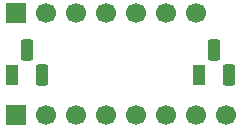
<source format=gbr>
%TF.GenerationSoftware,KiCad,Pcbnew,9.0.5*%
%TF.CreationDate,2025-11-23T20:09:45-05:00*%
%TF.ProjectId,Silicon Fuzz Face Compact,53696c69-636f-46e2-9046-757a7a204661,rev?*%
%TF.SameCoordinates,Original*%
%TF.FileFunction,Soldermask,Bot*%
%TF.FilePolarity,Negative*%
%FSLAX46Y46*%
G04 Gerber Fmt 4.6, Leading zero omitted, Abs format (unit mm)*
G04 Created by KiCad (PCBNEW 9.0.5) date 2025-11-23 20:09:45*
%MOMM*%
%LPD*%
G01*
G04 APERTURE LIST*
G04 Aperture macros list*
%AMRoundRect*
0 Rectangle with rounded corners*
0 $1 Rounding radius*
0 $2 $3 $4 $5 $6 $7 $8 $9 X,Y pos of 4 corners*
0 Add a 4 corners polygon primitive as box body*
4,1,4,$2,$3,$4,$5,$6,$7,$8,$9,$2,$3,0*
0 Add four circle primitives for the rounded corners*
1,1,$1+$1,$2,$3*
1,1,$1+$1,$4,$5*
1,1,$1+$1,$6,$7*
1,1,$1+$1,$8,$9*
0 Add four rect primitives between the rounded corners*
20,1,$1+$1,$2,$3,$4,$5,0*
20,1,$1+$1,$4,$5,$6,$7,0*
20,1,$1+$1,$6,$7,$8,$9,0*
20,1,$1+$1,$8,$9,$2,$3,0*%
G04 Aperture macros list end*
%ADD10R,1.700000X1.700000*%
%ADD11C,1.700000*%
%ADD12R,1.100000X1.800000*%
%ADD13RoundRect,0.275000X-0.275000X-0.625000X0.275000X-0.625000X0.275000X0.625000X-0.275000X0.625000X0*%
G04 APERTURE END LIST*
D10*
%TO.C,J1*%
X50500000Y-90950000D03*
D11*
X53040000Y-90950000D03*
X55580000Y-90950000D03*
X58120000Y-90950000D03*
X60660000Y-90950000D03*
X63200000Y-90950000D03*
X65740000Y-90950000D03*
X68280000Y-90950000D03*
%TD*%
D10*
%TO.C,J2*%
X50520000Y-82300000D03*
D11*
X53060000Y-82300000D03*
X55600000Y-82300000D03*
X58140000Y-82300000D03*
X60680000Y-82300000D03*
X63220000Y-82300000D03*
X65760000Y-82300000D03*
%TD*%
D12*
%TO.C,Q2*%
X50210000Y-87550000D03*
D13*
X51480000Y-85480000D03*
X52750000Y-87550000D03*
%TD*%
D12*
%TO.C,Q1*%
X66050000Y-87550000D03*
D13*
X67320000Y-85480000D03*
X68590000Y-87550000D03*
%TD*%
M02*

</source>
